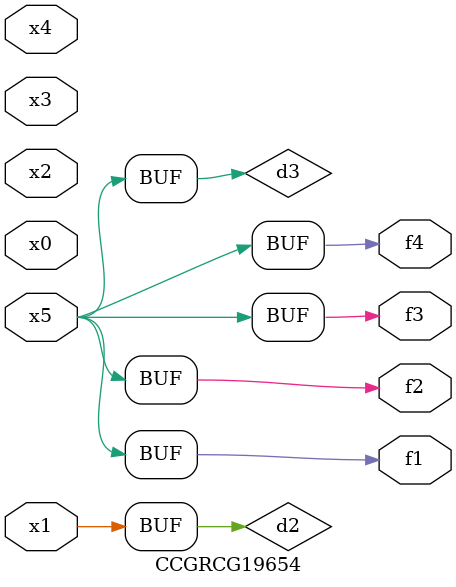
<source format=v>
module CCGRCG19654(
	input x0, x1, x2, x3, x4, x5,
	output f1, f2, f3, f4
);

	wire d1, d2, d3;

	not (d1, x5);
	or (d2, x1);
	xnor (d3, d1);
	assign f1 = d3;
	assign f2 = d3;
	assign f3 = d3;
	assign f4 = d3;
endmodule

</source>
